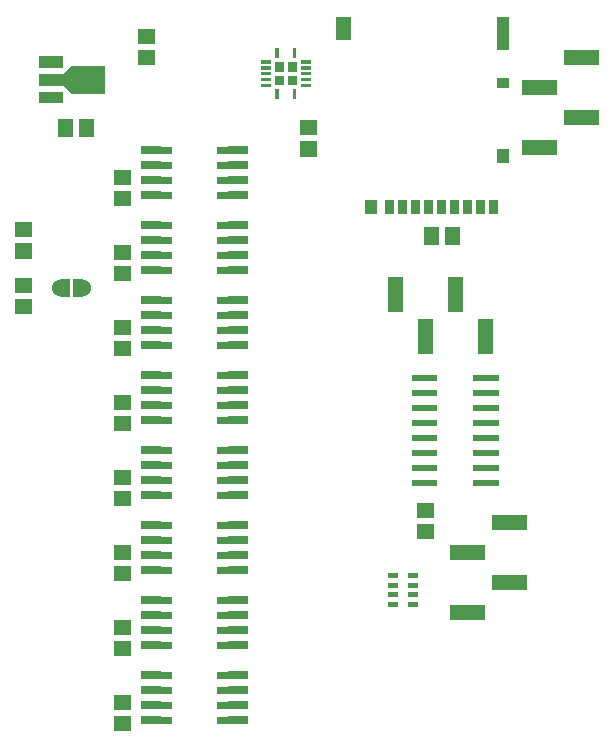
<source format=gbr>
G04 start of page 10 for group -4015 idx -4015 *
G04 Title: (unknown), toppaste *
G04 Creator: pcb 20110918 *
G04 CreationDate: Tue 05 Jan 2016 03:28:18 AM GMT UTC *
G04 For: railfan *
G04 Format: Gerber/RS-274X *
G04 PCB-Dimensions: 210000 270000 *
G04 PCB-Coordinate-Origin: lower left *
%MOIN*%
%FSLAX25Y25*%
%LNTOPPASTE*%
%ADD88R,0.0256X0.0256*%
%ADD87R,0.0236X0.0236*%
%ADD86R,0.0394X0.0394*%
%ADD85R,0.0315X0.0315*%
%ADD84R,0.0276X0.0276*%
%ADD83R,0.0300X0.0300*%
%ADD82C,0.0600*%
%ADD81R,0.0945X0.0945*%
%ADD80R,0.0378X0.0378*%
%ADD79C,0.0001*%
%ADD78R,0.0110X0.0110*%
%ADD77R,0.0512X0.0512*%
%ADD76R,0.0167X0.0167*%
%ADD75R,0.0200X0.0200*%
%ADD74R,0.0500X0.0500*%
G54D74*X172760Y100000D02*X179413D01*
X158587Y90000D02*X165240D01*
X172760Y80000D02*X179413D01*
X158587Y70000D02*X165240D01*
G54D75*X165000Y113000D02*X171500D01*
X165000Y118000D02*X171500D01*
X165000Y123000D02*X171500D01*
X165000Y128000D02*X171500D01*
X165000Y133000D02*X171500D01*
X165000Y138000D02*X171500D01*
X165000Y143000D02*X171500D01*
X165000Y148000D02*X171500D01*
X144500D02*X151000D01*
X144500Y143000D02*X151000D01*
X144500Y138000D02*X151000D01*
X144500Y133000D02*X151000D01*
X144500Y128000D02*X151000D01*
X144500Y123000D02*X151000D01*
X144500Y118000D02*X151000D01*
X144500Y113000D02*X151000D01*
G54D74*X168000Y165240D02*Y158587D01*
X158000Y179413D02*Y172760D01*
X148000Y165240D02*Y158587D01*
X138000Y179413D02*Y172760D01*
G54D76*X136217Y82224D02*X138087D01*
X136217Y79075D02*X138087D01*
X136217Y75925D02*X138087D01*
X136217Y72776D02*X138087D01*
X142913D02*X144783D01*
X142913Y75925D02*X144783D01*
X142913Y79075D02*X144783D01*
X142913Y82224D02*X144783D01*
G54D77*X147607Y96957D02*X148393D01*
X147607Y104043D02*X148393D01*
G54D78*X107169Y245563D02*X109413D01*
X107169Y247531D02*X109413D01*
X107169Y249500D02*X109413D01*
X107169Y251469D02*X109413D01*
X107169Y253437D02*X109413D01*
X104453Y257413D02*Y255169D01*
X98547Y257413D02*Y255169D01*
X93587Y253437D02*X95831D01*
X93587Y251469D02*X95831D01*
X93587Y249500D02*X95831D01*
X93587Y247531D02*X95831D01*
X93587Y245563D02*X95831D01*
X98547Y243831D02*Y241587D01*
X104453Y243831D02*Y241587D01*
G54D79*G36*
X102091Y248909D02*Y245681D01*
X105319D01*
Y248909D01*
X102091D01*
G37*
G36*
X97681D02*Y245681D01*
X100909D01*
Y248909D01*
X97681D01*
G37*
G36*
X102091Y253319D02*Y250091D01*
X105319D01*
Y253319D01*
X102091D01*
G37*
G36*
X97681D02*Y250091D01*
X100909D01*
Y253319D01*
X97681D01*
G37*
G54D80*X21095Y253406D02*X25189D01*
X21095Y247500D02*X32905D01*
G54D81*X34639D02*X36529D01*
G54D79*G36*
X27074Y249385D02*X29914Y252225D01*
X31334Y250805D01*
X28494Y247965D01*
X27074Y249385D01*
G37*
G36*
X28494Y247035D02*X31334Y244195D01*
X29914Y242775D01*
X27074Y245615D01*
X28494Y247035D01*
G37*
G54D80*X21095Y241594D02*X25189D01*
G54D82*X33400Y178000D03*
G54D83*X31900Y179500D02*Y176500D01*
G54D82*X26600Y178000D03*
G54D83*X28100Y179500D02*Y176500D01*
G54D77*X35043Y231893D02*Y231107D01*
X27957Y231893D02*Y231107D01*
X54607Y254957D02*X55393D01*
X54607Y262043D02*X55393D01*
X13607Y197543D02*X14393D01*
X13607Y190457D02*X14393D01*
X13607Y179043D02*X14393D01*
X13607Y171957D02*X14393D01*
X108607Y224457D02*X109393D01*
X108607Y231543D02*X109393D01*
G54D74*X196760Y255000D02*X203413D01*
X182587Y245000D02*X189240D01*
X196760Y235000D02*X203413D01*
X182587Y225000D02*X189240D01*
G54D77*X157043Y195893D02*Y195107D01*
X149957Y195893D02*Y195107D01*
G54D84*X136001Y206122D02*Y204153D01*
X140331Y206122D02*Y204153D01*
X144662Y206122D02*Y204153D01*
X148993Y206122D02*Y204153D01*
X153324Y206122D02*Y204153D01*
X157654Y206122D02*Y204153D01*
X161985Y206122D02*Y204153D01*
X166316Y206122D02*Y204153D01*
X170647Y206122D02*Y204153D01*
G54D85*X173403Y246476D02*X174189D01*
G54D86*X173796Y222460D02*Y221672D01*
X173795Y266358D02*Y259270D01*
G54D77*X120646Y265769D02*Y263406D01*
G54D86*X129899Y205531D02*Y204743D01*
G54D87*X58500Y224000D02*X62240D01*
X58500Y219000D02*X62240D01*
X58500Y214000D02*X62240D01*
X58500Y209000D02*X62240D01*
X79760D02*X83500D01*
X79760Y214000D02*X83500D01*
X79760Y219000D02*X83500D01*
X79760Y224000D02*X83500D01*
G54D88*X54563D02*X58697D01*
X54563Y219000D02*X58697D01*
X54563Y214000D02*X58697D01*
X54563Y209000D02*X58697D01*
X83303D02*X87437D01*
X83303Y214000D02*X87437D01*
X83303Y219000D02*X87437D01*
X83303Y224000D02*X87437D01*
G54D77*X46607Y207957D02*X47393D01*
X46607Y215043D02*X47393D01*
G54D87*X58500Y199000D02*X62240D01*
X58500Y194000D02*X62240D01*
X58500Y189000D02*X62240D01*
X58500Y184000D02*X62240D01*
X79760D02*X83500D01*
X79760Y189000D02*X83500D01*
X79760Y194000D02*X83500D01*
X79760Y199000D02*X83500D01*
G54D88*X54563D02*X58697D01*
X54563Y194000D02*X58697D01*
X54563Y189000D02*X58697D01*
X54563Y184000D02*X58697D01*
X83303D02*X87437D01*
X83303Y189000D02*X87437D01*
X83303Y194000D02*X87437D01*
X83303Y199000D02*X87437D01*
G54D77*X46607Y182957D02*X47393D01*
X46607Y190043D02*X47393D01*
G54D87*X58500Y174000D02*X62240D01*
X58500Y169000D02*X62240D01*
X58500Y164000D02*X62240D01*
X58500Y159000D02*X62240D01*
X79760D02*X83500D01*
X79760Y164000D02*X83500D01*
X79760Y169000D02*X83500D01*
X79760Y174000D02*X83500D01*
G54D88*X54563D02*X58697D01*
X54563Y169000D02*X58697D01*
X54563Y164000D02*X58697D01*
X54563Y159000D02*X58697D01*
X83303D02*X87437D01*
X83303Y164000D02*X87437D01*
X83303Y169000D02*X87437D01*
X83303Y174000D02*X87437D01*
G54D77*X46607Y157957D02*X47393D01*
X46607Y165043D02*X47393D01*
G54D87*X58500Y149000D02*X62240D01*
X58500Y144000D02*X62240D01*
X58500Y139000D02*X62240D01*
X58500Y134000D02*X62240D01*
X79760D02*X83500D01*
X79760Y139000D02*X83500D01*
X79760Y144000D02*X83500D01*
X79760Y149000D02*X83500D01*
G54D88*X54563D02*X58697D01*
X54563Y144000D02*X58697D01*
X54563Y139000D02*X58697D01*
X54563Y134000D02*X58697D01*
X83303D02*X87437D01*
X83303Y139000D02*X87437D01*
X83303Y144000D02*X87437D01*
X83303Y149000D02*X87437D01*
G54D77*X46607Y132957D02*X47393D01*
X46607Y140043D02*X47393D01*
G54D87*X58500Y124000D02*X62240D01*
X58500Y119000D02*X62240D01*
X58500Y114000D02*X62240D01*
X58500Y109000D02*X62240D01*
X79760D02*X83500D01*
X79760Y114000D02*X83500D01*
X79760Y119000D02*X83500D01*
X79760Y124000D02*X83500D01*
G54D88*X54563D02*X58697D01*
X54563Y119000D02*X58697D01*
X54563Y114000D02*X58697D01*
X54563Y109000D02*X58697D01*
X83303D02*X87437D01*
X83303Y114000D02*X87437D01*
X83303Y119000D02*X87437D01*
X83303Y124000D02*X87437D01*
G54D77*X46607Y107957D02*X47393D01*
X46607Y115043D02*X47393D01*
G54D87*X58500Y99000D02*X62240D01*
X58500Y94000D02*X62240D01*
X58500Y89000D02*X62240D01*
X58500Y84000D02*X62240D01*
X79760D02*X83500D01*
X79760Y89000D02*X83500D01*
X79760Y94000D02*X83500D01*
X79760Y99000D02*X83500D01*
G54D88*X54563D02*X58697D01*
X54563Y94000D02*X58697D01*
X54563Y89000D02*X58697D01*
X54563Y84000D02*X58697D01*
X83303D02*X87437D01*
X83303Y89000D02*X87437D01*
X83303Y94000D02*X87437D01*
X83303Y99000D02*X87437D01*
G54D77*X46607Y82957D02*X47393D01*
X46607Y90043D02*X47393D01*
G54D87*X58500Y74000D02*X62240D01*
X58500Y69000D02*X62240D01*
X58500Y64000D02*X62240D01*
X58500Y59000D02*X62240D01*
X79760D02*X83500D01*
X79760Y64000D02*X83500D01*
X79760Y69000D02*X83500D01*
X79760Y74000D02*X83500D01*
G54D88*X54563D02*X58697D01*
X54563Y69000D02*X58697D01*
X54563Y64000D02*X58697D01*
X54563Y59000D02*X58697D01*
X83303D02*X87437D01*
X83303Y64000D02*X87437D01*
X83303Y69000D02*X87437D01*
X83303Y74000D02*X87437D01*
G54D77*X46607Y57957D02*X47393D01*
X46607Y65043D02*X47393D01*
G54D87*X58500Y49000D02*X62240D01*
X58500Y44000D02*X62240D01*
X58500Y39000D02*X62240D01*
X58500Y34000D02*X62240D01*
X79760D02*X83500D01*
X79760Y39000D02*X83500D01*
X79760Y44000D02*X83500D01*
X79760Y49000D02*X83500D01*
G54D88*X54563D02*X58697D01*
X54563Y44000D02*X58697D01*
X54563Y39000D02*X58697D01*
X54563Y34000D02*X58697D01*
X83303D02*X87437D01*
X83303Y39000D02*X87437D01*
X83303Y44000D02*X87437D01*
X83303Y49000D02*X87437D01*
G54D77*X46607Y32957D02*X47393D01*
X46607Y40043D02*X47393D01*
M02*

</source>
